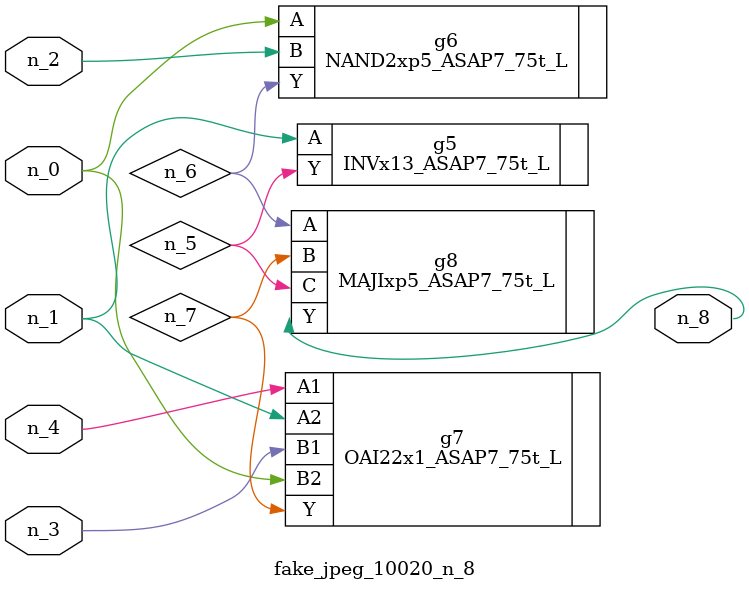
<source format=v>
module fake_jpeg_10020_n_8 (n_3, n_2, n_1, n_0, n_4, n_8);

input n_3;
input n_2;
input n_1;
input n_0;
input n_4;

output n_8;

wire n_6;
wire n_5;
wire n_7;

INVx13_ASAP7_75t_L g5 ( 
.A(n_1),
.Y(n_5)
);

NAND2xp5_ASAP7_75t_L g6 ( 
.A(n_0),
.B(n_2),
.Y(n_6)
);

OAI22x1_ASAP7_75t_L g7 ( 
.A1(n_4),
.A2(n_1),
.B1(n_3),
.B2(n_0),
.Y(n_7)
);

MAJIxp5_ASAP7_75t_L g8 ( 
.A(n_6),
.B(n_7),
.C(n_5),
.Y(n_8)
);


endmodule
</source>
